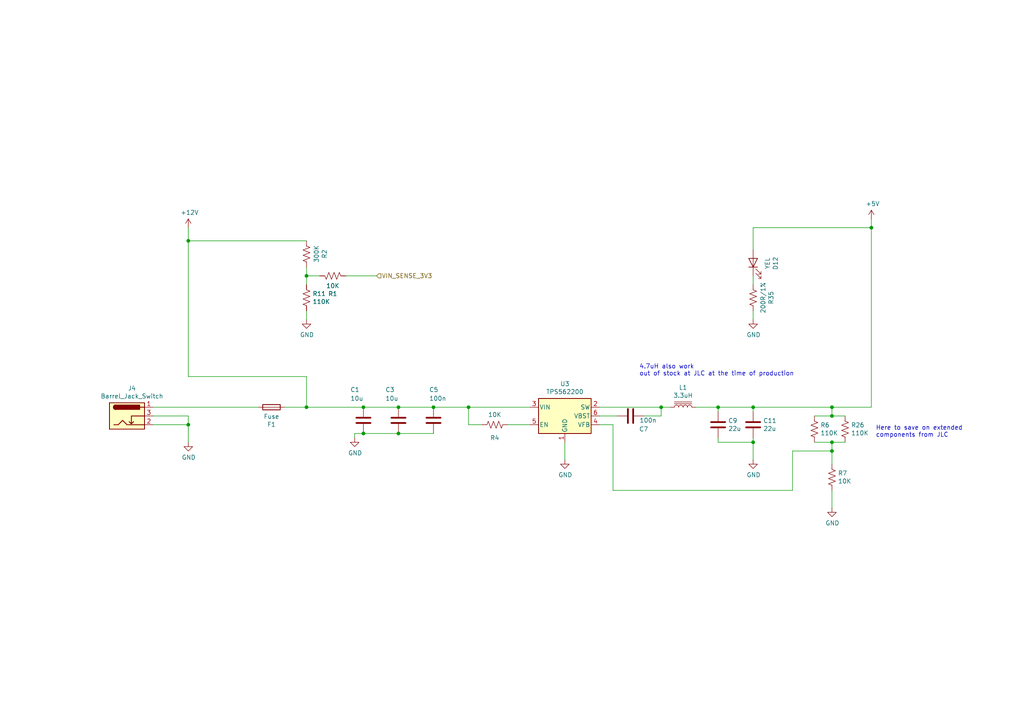
<source format=kicad_sch>
(kicad_sch (version 20211123) (generator eeschema)
  (paper "A4")
  (lib_symbols
    (symbol "MMTK-rescue:+12V-power-MMTK-rescue-MMTK-rescue" (power) (pin_names (offset 0))
      (property "Value" "MMTK-rescue_+12V-power-MMTK-rescue-MMTK-rescue" (at 0 3.556 0))
      (symbol "+12V-power-MMTK-rescue-MMTK-rescue_0_1"
        (polyline (pts (xy -0.762 1.27) (xy 0 2.54)))
        (polyline (pts (xy 0 0) (xy 0 2.54)))
        (polyline (pts (xy 0 2.54) (xy 0.762 1.27)))
      )
      (symbol "+12V-power-MMTK-rescue-MMTK-rescue_1_1"
        (pin power_in line (at 0 0 90) (length 0) hide (name "+12V") (number "1"))
      )
    )
    (symbol "MMTK-rescue:+5V-power-MMTK-rescue-MMTK-rescue" (power) (pin_names (offset 0))
      (property "Value" "MMTK-rescue_+5V-power-MMTK-rescue-MMTK-rescue" (at 0 3.556 0))
      (symbol "+5V-power-MMTK-rescue-MMTK-rescue_0_1"
        (polyline (pts (xy -0.762 1.27) (xy 0 2.54)))
        (polyline (pts (xy 0 0) (xy 0 2.54)))
        (polyline (pts (xy 0 2.54) (xy 0.762 1.27)))
      )
      (symbol "+5V-power-MMTK-rescue-MMTK-rescue_1_1"
        (pin power_in line (at 0 0 90) (length 0) hide (name "+5V") (number "1"))
      )
    )
    (symbol "MMTK-rescue:Barrel_Jack_Switch-Connector-MMTK-rescue-MMTK-rescue" (pin_names hide)
      (property "Reference" "J" (at 0 5.334 0))
      (property "Value" "MMTK-rescue_Barrel_Jack_Switch-Connector-MMTK-rescue-MMTK-rescue" (at 0 -5.08 0))
      (symbol "Barrel_Jack_Switch-Connector-MMTK-rescue-MMTK-rescue_0_1"
        (rectangle (start -5.08 3.81) (end 5.08 -3.81) (stroke (width 0.254)) (fill (type background)))
        (arc (start -3.302 3.175) (mid -3.937 2.54) (end -3.302 1.905) (stroke (width 0.254)))
        (arc (start -3.302 3.175) (mid -3.937 2.54) (end -3.302 1.905) (stroke (width 0.254)) (fill (type outline)))
        (polyline (pts (xy 1.27 -2.286) (xy 1.905 -1.651)) (stroke (width 0.254)))
        (polyline (pts (xy 5.08 2.54) (xy 3.81 2.54)) (stroke (width 0.254)))
        (polyline (pts (xy 5.08 0) (xy 1.27 0) (xy 1.27 -2.286) (xy 0.635 -1.651)) (stroke (width 0.254)))
        (polyline (pts (xy -3.81 -2.54) (xy -2.54 -2.54) (xy -1.27 -1.27) (xy 0 -2.54) (xy 2.54 -2.54) (xy 5.08 -2.54)) (stroke (width 0.254)))
        (rectangle (start 3.683 3.175) (end -3.302 1.905) (stroke (width 0.254)) (fill (type outline)))
      )
      (symbol "Barrel_Jack_Switch-Connector-MMTK-rescue-MMTK-rescue_1_1"
        (pin passive line (at 7.62 2.54 180) (length 2.54) (name "~") (number "1"))
        (pin passive line (at 7.62 -2.54 180) (length 2.54) (name "~") (number "2"))
        (pin passive line (at 7.62 0 180) (length 2.54) (name "~") (number "3"))
      )
    )
    (symbol "MMTK-rescue:C-Device-MMTK-rescue-MMTK-rescue" (pin_numbers hide) (pin_names (offset 0.254))
      (property "Reference" "C" (at 0.635 2.54 0))
      (property "Value" "MMTK-rescue_C-Device-MMTK-rescue-MMTK-rescue" (at 0.635 -2.54 0))
      (symbol "C-Device-MMTK-rescue-MMTK-rescue_0_1"
        (polyline (pts (xy -2.032 -0.762) (xy 2.032 -0.762)) (stroke (width 0.508)))
        (polyline (pts (xy -2.032 0.762) (xy 2.032 0.762)) (stroke (width 0.508)))
      )
      (symbol "C-Device-MMTK-rescue-MMTK-rescue_1_1"
        (pin passive line (at 0 3.81 270) (length 2.794) (name "~") (number "1"))
        (pin passive line (at 0 -3.81 90) (length 2.794) (name "~") (number "2"))
      )
    )
    (symbol "MMTK-rescue:Fuse-Device-MMTK-rescue-MMTK-rescue" (pin_numbers hide) (pin_names (offset 0))
      (property "Reference" "F" (at 2.032 0 90))
      (property "Value" "MMTK-rescue_Fuse-Device-MMTK-rescue-MMTK-rescue" (at -1.905 0 90))
      (symbol "Fuse-Device-MMTK-rescue-MMTK-rescue_0_1"
        (rectangle (start -0.762 -2.54) (end 0.762 2.54) (stroke (width 0.254)))
        (polyline (pts (xy 0 2.54) (xy 0 -2.54)))
      )
      (symbol "Fuse-Device-MMTK-rescue-MMTK-rescue_1_1"
        (pin passive line (at 0 3.81 270) (length 1.27) (name "~") (number "1"))
        (pin passive line (at 0 -3.81 90) (length 1.27) (name "~") (number "2"))
      )
    )
    (symbol "MMTK-rescue:GND-power-MMTK-rescue-MMTK-rescue" (power) (pin_names (offset 0))
      (property "Value" "MMTK-rescue_GND-power-MMTK-rescue-MMTK-rescue" (at 0 -3.81 0))
      (symbol "GND-power-MMTK-rescue-MMTK-rescue_0_1"
        (polyline (pts (xy 0 0) (xy 0 -1.27) (xy 1.27 -1.27) (xy 0 -2.54) (xy -1.27 -1.27) (xy 0 -1.27)))
      )
      (symbol "GND-power-MMTK-rescue-MMTK-rescue_1_1"
        (pin power_in line (at 0 0 270) (length 0) hide (name "GND") (number "1"))
      )
    )
    (symbol "MMTK-rescue:LED-Device-MMTK-rescue-MMTK-rescue" (pin_numbers hide) (pin_names (offset 1.016) hide)
      (property "Reference" "D" (at 0 2.54 0))
      (property "Value" "MMTK-rescue_LED-Device-MMTK-rescue-MMTK-rescue" (at 0 -2.54 0))
      (symbol "LED-Device-MMTK-rescue-MMTK-rescue_0_1"
        (polyline (pts (xy -1.27 -1.27) (xy -1.27 1.27)) (stroke (width 0.2032)))
        (polyline (pts (xy -1.27 0) (xy 1.27 0)))
        (polyline (pts (xy 1.27 -1.27) (xy 1.27 1.27) (xy -1.27 0) (xy 1.27 -1.27)) (stroke (width 0.2032)))
        (polyline (pts (xy -3.048 -0.762) (xy -4.572 -2.286) (xy -3.81 -2.286) (xy -4.572 -2.286) (xy -4.572 -1.524)))
        (polyline (pts (xy -1.778 -0.762) (xy -3.302 -2.286) (xy -2.54 -2.286) (xy -3.302 -2.286) (xy -3.302 -1.524)))
      )
      (symbol "LED-Device-MMTK-rescue-MMTK-rescue_1_1"
        (pin passive line (at -3.81 0 0) (length 2.54) (name "K") (number "1"))
        (pin passive line (at 3.81 0 180) (length 2.54) (name "A") (number "2"))
      )
    )
    (symbol "MMTK-rescue:L_Core_Iron-Device-MMTK-rescue-MMTK-rescue" (pin_numbers hide) (pin_names (offset 1.016) hide)
      (property "Reference" "L" (at -1.27 0 90))
      (property "Value" "MMTK-rescue_L_Core_Iron-Device-MMTK-rescue-MMTK-rescue" (at 2.794 0 90))
      (symbol "L_Core_Iron-Device-MMTK-rescue-MMTK-rescue_0_1"
        (arc (start 0 -2.54) (mid 0.635 -1.905) (end 0 -1.27))
        (arc (start 0 -1.27) (mid 0.635 -0.635) (end 0 0))
        (polyline (pts (xy 1.016 2.54) (xy 1.016 -2.54)))
        (polyline (pts (xy 1.524 -2.54) (xy 1.524 2.54)))
        (arc (start 0 0) (mid 0.635 0.635) (end 0 1.27))
        (arc (start 0 1.27) (mid 0.635 1.905) (end 0 2.54))
      )
      (symbol "L_Core_Iron-Device-MMTK-rescue-MMTK-rescue_1_1"
        (pin passive line (at 0 3.81 270) (length 1.27) (name "1") (number "1"))
        (pin passive line (at 0 -3.81 90) (length 1.27) (name "2") (number "2"))
      )
    )
    (symbol "MMTK-rescue:R_US-Device-MMTK-rescue-MMTK-rescue" (pin_numbers hide) (pin_names (offset 0))
      (property "Reference" "R" (at 2.54 0 90))
      (property "Value" "MMTK-rescue_R_US-Device-MMTK-rescue-MMTK-rescue" (at -2.54 0 90))
      (symbol "R_US-Device-MMTK-rescue-MMTK-rescue_0_1"
        (polyline (pts (xy 0 -2.286) (xy 0 -2.54)))
        (polyline (pts (xy 0 2.286) (xy 0 2.54)))
        (polyline (pts (xy 0 -0.762) (xy 1.016 -1.143) (xy 0 -1.524) (xy -1.016 -1.905) (xy 0 -2.286)))
        (polyline (pts (xy 0 0.762) (xy 1.016 0.381) (xy 0 0) (xy -1.016 -0.381) (xy 0 -0.762)))
        (polyline (pts (xy 0 2.286) (xy 1.016 1.905) (xy 0 1.524) (xy -1.016 1.143) (xy 0 0.762)))
      )
      (symbol "R_US-Device-MMTK-rescue-MMTK-rescue_1_1"
        (pin passive line (at 0 3.81 270) (length 1.27) (name "~") (number "1"))
        (pin passive line (at 0 -3.81 90) (length 1.27) (name "~") (number "2"))
      )
    )
    (symbol "MMTK-rescue:TPS562200-Regulator_Switching-MMTK-rescue-MMTK-rescue" (pin_names (offset 0.254))
      (property "Reference" "U" (at -7.62 6.35 0))
      (property "Value" "MMTK-rescue_TPS562200-Regulator_Switching-MMTK-rescue-MMTK-rescue" (at -2.54 6.35 0))
      (symbol "TPS562200-Regulator_Switching-MMTK-rescue-MMTK-rescue_0_1"
        (rectangle (start -7.62 5.08) (end 7.62 -5.08) (stroke (width 0.254)) (fill (type background)))
      )
      (symbol "TPS562200-Regulator_Switching-MMTK-rescue-MMTK-rescue_1_1"
        (pin power_in line (at 0 -7.62 90) (length 2.54) (name "GND") (number "1"))
        (pin output line (at 10.16 2.54 180) (length 2.54) (name "SW") (number "2"))
        (pin power_in line (at -10.16 2.54 0) (length 2.54) (name "VIN") (number "3"))
        (pin input line (at 10.16 -2.54 180) (length 2.54) (name "VFB") (number "4"))
        (pin input line (at -10.16 -2.54 0) (length 2.54) (name "EN") (number "5"))
        (pin input line (at 10.16 0 180) (length 2.54) (name "VBST") (number "6"))
      )
    )
  )
  (junction (at 88.9 80.01))
  (junction (at 115.57 125.73))
  (junction (at 88.9 118.11))
  (junction (at 191.77 118.11))
  (junction (at 125.73 118.11))
  (junction (at 241.3 118.11))
  (junction (at 54.61 69.85))
  (junction (at 54.61 123.19))
  (junction (at 218.44 128.27))
  (junction (at 241.3 128.27))
  (junction (at 241.3 130.81))
  (junction (at 115.57 118.11))
  (junction (at 252.73 66.04))
  (junction (at 135.89 118.11))
  (junction (at 105.41 118.11))
  (junction (at 218.44 118.11))
  (junction (at 208.28 118.11))
  (junction (at 241.3 120.65))
  (junction (at 105.41 125.73))
  (wire (pts (xy 135.89 123.19) (xy 135.89 118.11)))
  (wire (pts (xy 218.44 66.04) (xy 218.44 72.39)))
  (wire (pts (xy 208.28 128.27) (xy 218.44 128.27)))
  (wire (pts (xy 252.73 66.04) (xy 252.73 63.5)))
  (wire (pts (xy 54.61 120.65) (xy 54.61 123.19)))
  (wire (pts (xy 102.87 127) (xy 102.87 125.73)))
  (wire (pts (xy 218.44 133.35) (xy 218.44 128.27)))
  (wire (pts (xy 241.3 130.81) (xy 241.3 134.62)))
  (wire (pts (xy 147.32 123.19) (xy 153.67 123.19)))
  (wire (pts (xy 173.99 120.65) (xy 179.07 120.65)))
  (wire (pts (xy 44.45 118.11) (xy 74.93 118.11)))
  (wire (pts (xy 218.44 82.55) (xy 218.44 80.01)))
  (wire (pts (xy 139.7 123.19) (xy 135.89 123.19)))
  (wire (pts (xy 102.87 125.73) (xy 105.41 125.73)))
  (wire (pts (xy 201.93 118.11) (xy 208.28 118.11)))
  (wire (pts (xy 236.22 128.27) (xy 241.3 128.27)))
  (wire (pts (xy 236.22 120.65) (xy 241.3 120.65)))
  (wire (pts (xy 191.77 118.11) (xy 194.31 118.11)))
  (wire (pts (xy 218.44 92.71) (xy 218.44 90.17)))
  (wire (pts (xy 105.41 118.11) (xy 115.57 118.11)))
  (wire (pts (xy 54.61 109.22) (xy 88.9 109.22)))
  (wire (pts (xy 125.73 118.11) (xy 135.89 118.11)))
  (wire (pts (xy 241.3 120.65) (xy 245.11 120.65)))
  (wire (pts (xy 177.8 142.24) (xy 177.8 123.19)))
  (wire (pts (xy 88.9 109.22) (xy 88.9 118.11)))
  (wire (pts (xy 241.3 118.11) (xy 252.73 118.11)))
  (wire (pts (xy 115.57 118.11) (xy 125.73 118.11)))
  (wire (pts (xy 208.28 118.11) (xy 218.44 118.11)))
  (wire (pts (xy 54.61 128.27) (xy 54.61 123.19)))
  (wire (pts (xy 82.55 118.11) (xy 88.9 118.11)))
  (wire (pts (xy 229.87 142.24) (xy 177.8 142.24)))
  (wire (pts (xy 135.89 118.11) (xy 153.67 118.11)))
  (wire (pts (xy 88.9 77.47) (xy 88.9 80.01)))
  (wire (pts (xy 241.3 128.27) (xy 245.11 128.27)))
  (wire (pts (xy 241.3 130.81) (xy 229.87 130.81)))
  (wire (pts (xy 241.3 147.32) (xy 241.3 142.24)))
  (wire (pts (xy 241.3 128.27) (xy 241.3 130.81)))
  (wire (pts (xy 177.8 123.19) (xy 173.99 123.19)))
  (wire (pts (xy 163.83 133.35) (xy 163.83 128.27)))
  (wire (pts (xy 186.69 120.65) (xy 191.77 120.65)))
  (wire (pts (xy 105.41 125.73) (xy 115.57 125.73)))
  (wire (pts (xy 229.87 130.81) (xy 229.87 142.24)))
  (wire (pts (xy 208.28 119.38) (xy 208.28 118.11)))
  (wire (pts (xy 54.61 69.85) (xy 88.9 69.85)))
  (wire (pts (xy 115.57 125.73) (xy 125.73 125.73)))
  (wire (pts (xy 218.44 127) (xy 218.44 128.27)))
  (wire (pts (xy 191.77 120.65) (xy 191.77 118.11)))
  (wire (pts (xy 173.99 118.11) (xy 191.77 118.11)))
  (wire (pts (xy 88.9 80.01) (xy 88.9 82.55)))
  (wire (pts (xy 44.45 120.65) (xy 54.61 120.65)))
  (wire (pts (xy 44.45 123.19) (xy 54.61 123.19)))
  (wire (pts (xy 54.61 66.04) (xy 54.61 69.85)))
  (wire (pts (xy 252.73 66.04) (xy 252.73 118.11)))
  (wire (pts (xy 88.9 92.71) (xy 88.9 90.17)))
  (wire (pts (xy 88.9 118.11) (xy 105.41 118.11)))
  (wire (pts (xy 54.61 69.85) (xy 54.61 109.22)))
  (wire (pts (xy 100.33 80.01) (xy 109.22 80.01)))
  (wire (pts (xy 241.3 118.11) (xy 241.3 120.65)))
  (wire (pts (xy 208.28 128.27) (xy 208.28 127)))
  (wire (pts (xy 218.44 66.04) (xy 252.73 66.04)))
  (wire (pts (xy 218.44 118.11) (xy 241.3 118.11)))
  (wire (pts (xy 88.9 80.01) (xy 92.71 80.01)))
  (wire (pts (xy 218.44 119.38) (xy 218.44 118.11)))
  (text "4.7uH also work\nout of stock at JLC at the time of production" (at 185.42 109.22 0) (effects (font (size 1.27 1.27)) (justify left bottom)))
  (text "Here to save on extended \ncomponents from JLC\n" (at 254 127 0) (effects (font (size 1.27 1.27)) (justify left bottom)))
  (hierarchical_label "VIN_SENSE_3V3" (shape input) (at 109.22 80.01 0))
  (symbol (lib_id "MMTK-rescue:R_US-Device-MMTK-rescue-MMTK-rescue") (at 143.51 123.19 90) (unit 1)
    (property "Reference" "R4" (at 143.51 127 90))
    (property "Value" "10K" (at 143.51 120.2944 90))
    (property "Footprint" "Resistor_SMD:R_0603_1608Metric" (effects hide))
  )
  (symbol (lib_id "MMTK-rescue:GND-power-MMTK-rescue-MMTK-rescue") (at 163.83 133.35 0) (unit 1)
    (property "Reference" "#PWR0104" (effects hide))
    (property "Value" "GND" (at 163.957 137.7442 0))
  )
  (symbol (lib_id "MMTK-rescue:C-Device-MMTK-rescue-MMTK-rescue") (at 105.41 121.92 0) (unit 1)
    (property "Reference" "C1" (at 101.6 113.03 0) (effects (justify left)))
    (property "Value" "10u" (at 101.6 115.57 0) (effects (justify left)))
    (property "Footprint" "Capacitor_SMD:C_1206_3216Metric" (effects hide))
  )
  (symbol (lib_id "MMTK-rescue:C-Device-MMTK-rescue-MMTK-rescue") (at 115.57 121.92 0) (unit 1)
    (property "Reference" "C3" (at 111.76 113.03 0) (effects (justify left)))
    (property "Value" "10u" (at 111.76 115.57 0) (effects (justify left)))
    (property "Footprint" "Capacitor_SMD:C_1206_3216Metric" (effects hide))
  )
  (symbol (lib_id "MMTK-rescue:C-Device-MMTK-rescue-MMTK-rescue") (at 125.73 121.92 0) (unit 1)
    (property "Reference" "C5" (at 124.46 113.03 0) (effects (justify left)))
    (property "Value" "100n" (at 124.46 115.57 0) (effects (justify left)))
    (property "Footprint" "Capacitor_SMD:C_0603_1608Metric" (effects hide))
  )
  (symbol (lib_id "MMTK-rescue:GND-power-MMTK-rescue-MMTK-rescue") (at 102.87 127 0) (unit 1)
    (property "Reference" "#PWR0105" (effects hide))
    (property "Value" "GND" (at 102.997 131.3942 0))
  )
  (symbol (lib_id "MMTK-rescue:C-Device-MMTK-rescue-MMTK-rescue") (at 182.88 120.65 270) (unit 1)
    (property "Reference" "C7" (at 186.69 124.46 90))
    (property "Value" "100n" (at 187.96 121.92 90))
    (property "Footprint" "Capacitor_SMD:C_0603_1608Metric" (effects hide))
  )
  (symbol (lib_id "MMTK-rescue:C-Device-MMTK-rescue-MMTK-rescue") (at 218.44 123.19 0) (unit 1)
    (property "Reference" "C11" (at 221.361 122.0216 0) (effects (justify left)))
    (property "Value" "22u" (at 221.361 124.333 0) (effects (justify left)))
    (property "Footprint" "Capacitor_SMD:C_0805_2012Metric" (effects hide))
  )
  (symbol (lib_id "MMTK-rescue:GND-power-MMTK-rescue-MMTK-rescue") (at 218.44 133.35 0) (unit 1)
    (property "Reference" "#PWR0106" (effects hide))
    (property "Value" "GND" (at 218.567 137.7442 0))
  )
  (symbol (lib_id "MMTK-rescue:R_US-Device-MMTK-rescue-MMTK-rescue") (at 241.3 138.43 0) (unit 1)
    (property "Reference" "R7" (at 243.0272 137.2616 0) (effects (justify left)))
    (property "Value" "10K" (at 243.0272 139.573 0) (effects (justify left)))
    (property "Footprint" "Resistor_SMD:R_0603_1608Metric" (effects hide))
  )
  (symbol (lib_id "MMTK-rescue:GND-power-MMTK-rescue-MMTK-rescue") (at 241.3 147.32 0) (unit 1)
    (property "Reference" "#PWR0107" (effects hide))
    (property "Value" "GND" (at 241.427 151.7142 0))
  )
  (symbol (lib_id "MMTK-rescue:L_Core_Iron-Device-MMTK-rescue-MMTK-rescue") (at 198.12 118.11 90) (unit 1)
    (property "Reference" "L1" (at 198.12 112.395 90))
    (property "Value" "3.3uH" (at 198.12 114.7064 90))
    (property "Footprint" "Inductor_SMD:L_Bourns_SRP7028A_7.3x6.6mm" (effects hide))
  )
  (symbol (lib_id "MMTK-rescue:C-Device-MMTK-rescue-MMTK-rescue") (at 208.28 123.19 0) (unit 1)
    (property "Reference" "C9" (at 211.201 122.0216 0) (effects (justify left)))
    (property "Value" "22u" (at 211.201 124.333 0) (effects (justify left)))
    (property "Footprint" "Capacitor_SMD:C_0805_2012Metric" (effects hide))
  )
  (symbol (lib_id "MMTK-rescue:R_US-Device-MMTK-rescue-MMTK-rescue") (at 88.9 73.66 180) (unit 1)
    (property "Reference" "R2" (at 94.107 73.66 90))
    (property "Value" "300K" (at 91.7956 73.66 90))
    (property "Footprint" "Resistor_SMD:R_0603_1608Metric" (effects hide))
  )
  (symbol (lib_id "MMTK-rescue:GND-power-MMTK-rescue-MMTK-rescue") (at 88.9 92.71 0) (unit 1)
    (property "Reference" "#PWR0128" (effects hide))
    (property "Value" "GND" (at 89.027 97.1042 0))
  )
  (symbol (lib_id "MMTK-rescue:R_US-Device-MMTK-rescue-MMTK-rescue") (at 96.52 80.01 270) (mirror x) (unit 1)
    (property "Reference" "R1" (at 96.52 85.217 90))
    (property "Value" "10K" (at 96.52 82.9056 90))
    (property "Footprint" "Resistor_SMD:R_0603_1608Metric" (effects hide))
  )
  (symbol (lib_id "MMTK-rescue:+5V-power-MMTK-rescue-MMTK-rescue") (at 252.73 63.5 0) (unit 1)
    (property "Reference" "#PWR0144" (effects hide))
    (property "Value" "+5V" (at 253.111 59.1058 0))
  )
  (symbol (lib_id "MMTK-rescue:GND-power-MMTK-rescue-MMTK-rescue") (at 54.61 128.27 0) (unit 1)
    (property "Reference" "#PWR0146" (effects hide))
    (property "Value" "GND" (at 54.737 132.6642 0))
  )
  (symbol (lib_id "MMTK-rescue:Barrel_Jack_Switch-Connector-MMTK-rescue-MMTK-rescue") (at 36.83 120.65 0) (unit 1)
    (property "Reference" "J4" (at 38.2778 112.5982 0))
    (property "Value" "Barrel_Jack_Switch" (at 38.2778 114.9096 0))
    (property "Footprint" "Connector_BarrelJack:BarrelJack_Horizontal" (effects hide))
  )
  (symbol (lib_id "MMTK-rescue:TPS562200-Regulator_Switching-MMTK-rescue-MMTK-rescue") (at 163.83 120.65 0) (unit 1)
    (property "Reference" "U3" (at 163.83 111.3282 0))
    (property "Value" "TPS562200" (at 163.83 113.6396 0))
    (property "Footprint" "Package_TO_SOT_SMD:SOT-23-6" (effects hide))
    (property "Datasheet" "http://www.ti.com/lit/ds/symlink/tps563200.pdf" (effects hide))
  )
  (symbol (lib_id "MMTK-rescue:+12V-power-MMTK-rescue-MMTK-rescue") (at 54.61 66.04 0) (unit 1)
    (property "Reference" "#PWR0145" (effects hide))
    (property "Value" "+12V" (at 54.991 61.6458 0))
  )
  (symbol (lib_id "MMTK-rescue:Fuse-Device-MMTK-rescue-MMTK-rescue") (at 78.74 118.11 90) (unit 1)
    (property "Reference" "F1" (at 78.74 123.1138 90))
    (property "Value" "Fuse" (at 78.74 120.8024 90))
    (property "Footprint" "Fuse:Fuse_2920_7451Metric" (effects hide))
  )
  (symbol (lib_id "MMTK-rescue:LED-Device-MMTK-rescue-MMTK-rescue") (at 218.44 76.2 90) (unit 1)
    (property "Reference" "D12" (at 224.917 76.3778 0))
    (property "Value" "YEL" (at 222.6056 76.3778 0))
    (property "Footprint" "LED_SMD:LED_0603_1608Metric" (effects hide))
  )
  (symbol (lib_id "MMTK-rescue:GND-power-MMTK-rescue-MMTK-rescue") (at 218.44 92.71 0) (unit 1)
    (property "Reference" "#PWR0159" (effects hide))
    (property "Value" "GND" (at 218.567 97.1042 0))
  )
  (symbol (lib_id "MMTK-rescue:R_US-Device-MMTK-rescue-MMTK-rescue") (at 236.22 124.46 0) (unit 1)
    (property "Reference" "R6" (at 237.9472 123.2916 0) (effects (justify left)))
    (property "Value" "110K" (at 237.9472 125.603 0) (effects (justify left)))
    (property "Footprint" "Resistor_SMD:R_0603_1608Metric" (effects hide))
  )
  (symbol (lib_id "MMTK-rescue:R_US-Device-MMTK-rescue-MMTK-rescue") (at 245.11 124.46 0) (unit 1)
    (property "Reference" "R26" (at 246.8372 123.2916 0) (effects (justify left)))
    (property "Value" "110K" (at 246.8372 125.603 0) (effects (justify left)))
    (property "Footprint" "Resistor_SMD:R_0603_1608Metric" (effects hide))
  )
  (symbol (lib_id "MMTK-rescue:R_US-Device-MMTK-rescue-MMTK-rescue") (at 218.44 86.36 180) (unit 1)
    (property "Reference" "R35" (at 223.647 86.36 90))
    (property "Value" "200R/1%" (at 221.3356 86.36 90))
    (property "Footprint" "Resistor_SMD:R_0603_1608Metric" (effects hide))
  )
  (symbol (lib_id "MMTK-rescue:R_US-Device-MMTK-rescue-MMTK-rescue") (at 88.9 86.36 0) (unit 1)
    (property "Reference" "R11" (at 90.6272 85.1916 0) (effects (justify left)))
    (property "Value" "110K" (at 90.6272 87.503 0) (effects (justify left)))
    (property "Footprint" "Resistor_SMD:R_0603_1608Metric" (effects hide))
  )
)
</source>
